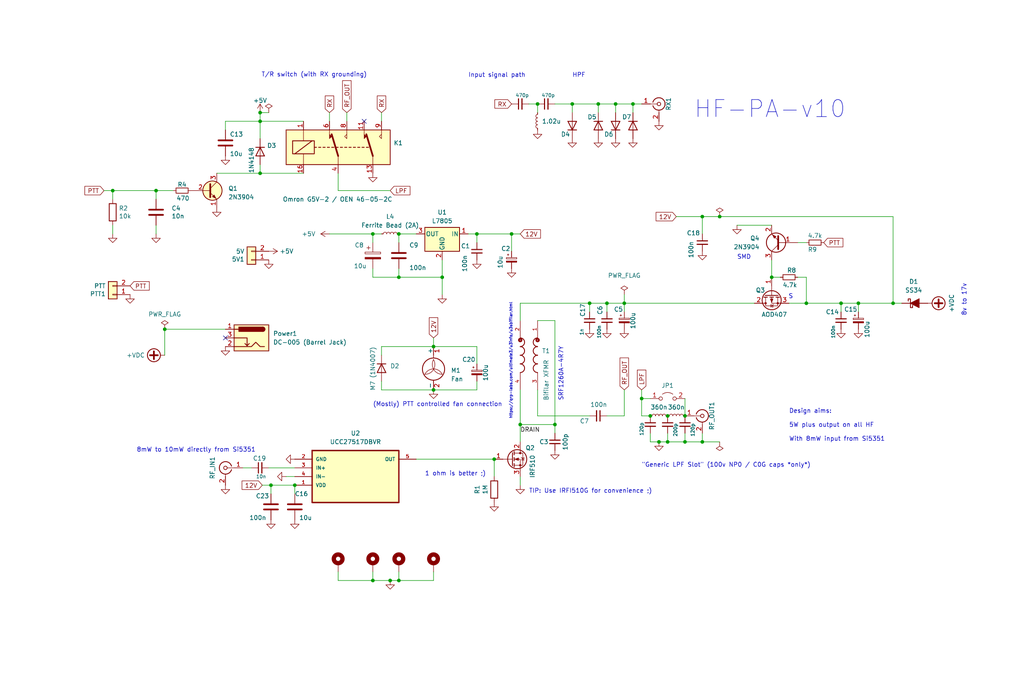
<source format=kicad_sch>
(kicad_sch (version 20230121) (generator eeschema)
  (paper "User" 299.999 200)
  (title_block (title "Easy-PA-With-TR-Switch") (date "2023-09-22") (rev "Revision 4") (company "Author: Dhiru Kholia (VU3CER)") (comment 1 "Designed for https://github.com/kholia/Easy-Digital-Beacons-v1 project") (comment 2 "Motivation: We need usable power on the 10m band!") (comment 3 "Based on designs from Henning Paul"))
  (lib_symbols
    (symbol "+VDC_1" (power) (pin_names (offset 0))
      (property "Value" "+VDC_1" (at 0 6.35 0))
      (symbol "+VDC_1_1_1"
        (pin power_in line (at 0 0 90) (length 0) hide (name "+VDC") (number "1"))
      )
    )
    (symbol "Connector:Barrel_Jack_Switch" (pin_names hide)
      (property "Reference" "J" (at 0 5.334 0))
      (property "Value" "Barrel_Jack_Switch" (at 0 -5.08 0))
      (symbol "Barrel_Jack_Switch_1_1"
        (pin passive line (at 7.62 2.54 180) (length 2.54) (name "~") (number "1"))
        (pin passive line (at 7.62 -2.54 180) (length 2.54) (name "~") (number "2"))
        (pin passive line (at 7.62 0 180) (length 2.54) (name "~") (number "3"))
      )
    )
    (symbol "Connector:Conn_Coaxial" (pin_names (offset 1.016) hide)
      (property "Reference" "J" (at 0.254 3.048 0))
      (property "Value" "Conn_Coaxial" (at 2.921 0 90))
      (symbol "Conn_Coaxial_1_1"
        (pin passive line (at -5.08 0 0) (length 2.54) (name "In") (number "1"))
        (pin passive line (at 0 -5.08 90) (length 2.54) (name "Ext") (number "2"))
      )
    )
    (symbol "Connector_Generic:Conn_01x02" (pin_names (offset 1.016) hide)
      (property "Reference" "J" (at 0 2.54 0))
      (property "Value" "Conn_01x02" (at 0 -5.08 0))
      (symbol "Conn_01x02_1_1"
        (pin passive line (at -5.08 0 0) (length 3.81) (name "Pin_1") (number "1"))
        (pin passive line (at -5.08 -2.54 0) (length 3.81) (name "Pin_2") (number "2"))
      )
    )
    (symbol "Device:C" (pin_numbers hide) (pin_names (offset 0.254))
      (property "Reference" "C" (at 0.635 2.54 0))
      (property "Value" "C" (at 0.635 -2.54 0))
      (symbol "C_1_1"
        (pin passive line (at 0 3.81 270) (length 2.794) (name "~") (number "1"))
        (pin passive line (at 0 -3.81 90) (length 2.794) (name "~") (number "2"))
      )
    )
    (symbol "Device:C_Polarized" (pin_numbers hide) (pin_names (offset 0.254))
      (property "Reference" "C" (at 0.635 2.54 0))
      (property "Value" "C_Polarized" (at 0.635 -2.54 0))
      (symbol "C_Polarized_1_1"
        (pin passive line (at 0 3.81 270) (length 2.794) (name "~") (number "1"))
        (pin passive line (at 0 -3.81 90) (length 2.794) (name "~") (number "2"))
      )
    )
    (symbol "Device:C_Polarized_Small" (pin_numbers hide) (pin_names (offset 0.254) hide)
      (property "Reference" "C" (at 0.254 1.778 0))
      (property "Value" "C_Polarized_Small" (at 0.254 -2.032 0))
      (symbol "C_Polarized_Small_1_1"
        (pin passive line (at 0 2.54 270) (length 1.8542) (name "~") (number "1"))
        (pin passive line (at 0 -2.54 90) (length 1.8542) (name "~") (number "2"))
      )
    )
    (symbol "Device:C_Small" (pin_numbers hide) (pin_names (offset 0.254) hide)
      (property "Reference" "C" (at 0.254 1.778 0))
      (property "Value" "C_Small" (at 0.254 -2.032 0))
      (symbol "C_Small_1_1"
        (pin passive line (at 0 2.54 270) (length 2.032) (name "~") (number "1"))
        (pin passive line (at 0 -2.54 90) (length 2.032) (name "~") (number "2"))
      )
    )
    (symbol "Device:L_Small" (pin_numbers hide) (pin_names (offset 0.254) hide)
      (property "Reference" "L" (at 0.762 1.016 0))
      (property "Value" "L_Small" (at 0.762 -1.016 0))
      (symbol "L_Small_1_1"
        (pin passive line (at 0 2.54 270) (length 0.508) (name "~") (number "1"))
        (pin passive line (at 0 -2.54 90) (length 0.508) (name "~") (number "2"))
      )
    )
    (symbol "Device:R" (pin_numbers hide) (pin_names (offset 0))
      (property "Reference" "R" (at 2.032 0 90))
      (property "Value" "R" (at 0 0 90))
      (symbol "R_1_1"
        (pin passive line (at 0 3.81 270) (length 1.27) (name "~") (number "1"))
        (pin passive line (at 0 -3.81 90) (length 1.27) (name "~") (number "2"))
      )
    )
    (symbol "Device:R_Small" (pin_numbers hide) (pin_names (offset 0.254) hide)
      (property "Reference" "R" (at 0.762 0.508 0))
      (property "Value" "R_Small" (at 0.762 -1.016 0))
      (symbol "R_Small_1_1"
        (pin passive line (at 0 2.54 270) (length 0.762) (name "~") (number "1"))
        (pin passive line (at 0 -2.54 90) (length 0.762) (name "~") (number "2"))
      )
    )
    (symbol "Diode:1N4007" (pin_numbers hide) (pin_names hide)
      (property "Reference" "D" (at 0 2.54 0))
      (property "Value" "1N4007" (at 0 -2.54 0))
      (symbol "1N4007_1_1"
        (pin passive line (at -3.81 0 0) (length 2.54) (name "K") (number "1"))
        (pin passive line (at 3.81 0 180) (length 2.54) (name "A") (number "2"))
      )
    )
    (symbol "Diode:1N4148" (pin_numbers hide) (pin_names hide)
      (property "Reference" "D" (at 0 2.54 0))
      (property "Value" "1N4148" (at 0 -2.54 0))
      (property "Sim.Device" "D" (at 0 0 0))
      (property "Sim.Pins" "1=K 2=A" (at 0 0 0))
      (symbol "1N4148_1_1"
        (pin passive line (at -3.81 0 0) (length 2.54) (name "K") (number "1"))
        (pin passive line (at 3.81 0 180) (length 2.54) (name "A") (number "2"))
      )
    )
    (symbol "Jumper:Jumper_2_Open" (pin_names (offset 0) hide)
      (property "Reference" "JP" (at 0 2.794 0))
      (property "Value" "Jumper_2_Open" (at 0 -2.286 0))
      (symbol "Jumper_2_Open_1_1"
        (pin passive line (at -5.08 0 0) (length 2.54) (name "A") (number "1"))
        (pin passive line (at 5.08 0 180) (length 2.54) (name "B") (number "2"))
      )
    )
    (symbol "Mechanical:MountingHole_Pad" (pin_numbers hide) (pin_names (offset 1.016) hide)
      (property "Reference" "H" (at 0 6.35 0))
      (property "Value" "MountingHole_Pad" (at 0 4.445 0))
      (symbol "MountingHole_Pad_1_1"
        (pin input line (at 0 -2.54 90) (length 2.54) (name "1") (number "1"))
      )
    )
    (symbol "Motor:Fan" (pin_names (offset 0))
      (property "Reference" "M" (at 2.54 5.08 0))
      (property "Value" "Fan" (at 2.54 -2.54 0))
      (symbol "Fan_1_1"
        (pin passive line (at 0 7.62 270) (length 2.54) (name "+") (number "1"))
        (pin passive line (at 0 -5.08 90) (length 2.54) (name "-") (number "2"))
      )
    )
    (symbol "PCM_Diode_Schottky_AKL:SS34" (pin_numbers hide) (pin_names (offset 1.016) hide)
      (property "Reference" "D" (at 0 5.08 0))
      (property "Value" "SS34" (at 0 2.54 0))
      (symbol "SS34_1_1"
        (pin passive line (at 3.81 0 180) (length 2.54) (name "K") (number "1"))
        (pin passive line (at -3.81 0 0) (length 2.54) (name "A") (number "2"))
      )
    )
    (symbol "PCM_Transistor_BJT_AKL:2N3904" (pin_names hide)
      (property "Reference" "Q" (at 5.08 1.27 0))
      (property "Value" "2N3904" (at 5.08 -1.27 0))
      (symbol "2N3904_1_1"
        (pin passive line (at 2.54 -5.08 90) (length 2.54) (name "E") (number "1"))
        (pin passive line (at -5.08 0 0) (length 5.715) (name "B") (number "2"))
        (pin passive line (at 2.54 5.08 270) (length 2.54) (name "C") (number "3"))
      )
    )
    (symbol "Regulator_Linear:L7805" (pin_names (offset 0.254))
      (property "Reference" "U" (at -3.81 3.175 0))
      (property "Value" "L7805" (at 0 3.175 0))
      (symbol "L7805_1_1"
        (pin power_in line (at -7.62 0 0) (length 2.54) (name "IN") (number "1"))
        (pin power_in line (at 0 -7.62 90) (length 2.54) (name "GND") (number "2"))
        (pin power_out line (at 7.62 0 180) (length 2.54) (name "OUT") (number "3"))
      )
    )
    (symbol "Relay:G5V-2"
      (property "Reference" "K" (at 16.51 3.81 0))
      (property "Value" "G5V-2" (at 16.51 1.27 0))
      (symbol "G5V-2_1_1"
        (pin passive line (at -10.16 7.62 270) (length 2.54) (name "~") (number "1"))
        (pin passive line (at 7.62 7.62 270) (length 2.54) (name "~") (number "11"))
        (pin passive line (at 10.16 -7.62 90) (length 2.54) (name "~") (number "13"))
        (pin passive line (at -10.16 -7.62 90) (length 2.54) (name "~") (number "16"))
        (pin passive line (at 0 -7.62 90) (length 2.54) (name "~") (number "4"))
        (pin passive line (at -2.54 7.62 270) (length 2.54) (name "~") (number "6"))
        (pin passive line (at 2.54 7.62 270) (length 2.54) (name "~") (number "8"))
        (pin passive line (at 12.7 7.62 270) (length 2.54) (name "~") (number "9"))
      )
    )
    (symbol "SRF1260A-4R7Y:SRF1260A-4R7Y" (pin_names (offset 1.016))
      (property "Reference" "L" (at -7.631 5.0873 0))
      (property "Value" "SRF1260A-4R7Y" (at -7.6349 -7.6349 0))
      (symbol "SRF1260A-4R7Y_0_0"
        (pin passive line (at -10.16 2.54 0) (length 5.08) (name "~") (number "1"))
        (pin passive line (at -10.16 -2.54 0) (length 5.08) (name "~") (number "2"))
        (pin passive line (at 10.16 2.54 180) (length 5.08) (name "~") (number "3"))
        (pin passive line (at 10.16 -2.54 180) (length 5.08) (name "~") (number "4"))
      )
    )
    (symbol "Transistor_BJT:MMBT3904" (pin_names (offset 0) hide)
      (property "Reference" "Q" (at 5.08 1.905 0))
      (property "Value" "MMBT3904" (at 5.08 0 0))
      (symbol "MMBT3904_1_1"
        (pin input line (at -5.08 0 0) (length 5.715) (name "B") (number "1"))
        (pin passive line (at 2.54 -5.08 90) (length 2.54) (name "E") (number "2"))
        (pin passive line (at 2.54 5.08 270) (length 2.54) (name "C") (number "3"))
      )
    )
    (symbol "Transistor_FET:IRF540N" (pin_names hide)
      (property "Reference" "Q" (at 6.35 1.905 0))
      (property "Value" "IRF540N" (at 6.35 0 0))
      (symbol "IRF540N_1_1"
        (pin input line (at -5.08 0 0) (length 2.54) (name "G") (number "1"))
        (pin passive line (at 2.54 5.08 270) (length 2.54) (name "D") (number "2"))
        (pin passive line (at 2.54 -5.08 90) (length 2.54) (name "S") (number "3"))
      )
    )
    (symbol "Transistor_FET:IRF9540N" (pin_names hide)
      (property "Reference" "Q" (at 5.08 1.905 0))
      (property "Value" "IRF9540N" (at 5.08 0 0))
      (symbol "IRF9540N_1_1"
        (pin input line (at -5.08 0 0) (length 2.54) (name "G") (number "1"))
        (pin passive line (at 2.54 5.08 270) (length 2.54) (name "D") (number "2"))
        (pin passive line (at 2.54 -5.08 90) (length 2.54) (name "S") (number "3"))
      )
    )
    (symbol "UCC27517DBVR:UCC27517DBVR" (pin_names (offset 1.016))
      (property "Reference" "U" (at -12.7 8.62 0))
      (property "Value" "UCC27517DBVR" (at -12.7 -11.62 0))
      (symbol "UCC27517DBVR_0_0"
        (pin input line (at -17.78 -2.54 0) (length 5.08) (name "VDD") (number "1"))
        (pin input line (at -17.78 5.08 0) (length 5.08) (name "GND") (number "2"))
        (pin input line (at -17.78 2.54 0) (length 5.08) (name "IN+") (number "3"))
        (pin input line (at -17.78 0 0) (length 5.08) (name "IN-") (number "4"))
        (pin output line (at 17.78 5.08 180) (length 5.08) (name "OUT") (number "5"))
      )
    )
    (symbol "power:+5V" (power) (pin_names (offset 0))
      (property "Value" "+5V" (at 0 3.556 0))
      (symbol "+5V_1_1"
        (pin power_in line (at 0 0 90) (length 0) hide (name "+5V") (number "1"))
      )
    )
    (symbol "power:+VDC" (power) (pin_names (offset 0))
      (property "Value" "+VDC" (at 0 6.35 0))
      (symbol "+VDC_1_1"
        (pin power_in line (at 0 0 90) (length 0) hide (name "+VDC") (number "1"))
      )
    )
    (symbol "power:GND" (power) (pin_names (offset 0))
      (property "Value" "GND" (at 0 -3.81 0))
      (symbol "GND_1_1"
        (pin power_in line (at 0 0 270) (length 0) hide (name "GND") (number "1"))
      )
    )
    (symbol "power:PWR_FLAG" (power) (pin_numbers hide) (pin_names (offset 0) hide)
      (property "Value" "PWR_FLAG" (at 0 3.81 0))
      (symbol "PWR_FLAG_0_0"
        (pin power_out line (at 0 0 90) (length 0) (name "pwr") (number "1"))
      )
    )
  )
  (junction (at 205.74 129.54))
  (junction (at 193.04 129.54))
  (junction (at 162.56 124.46))
  (junction (at 261.62 88.9))
  (junction (at 167.64 30.48))
  (junction (at 187.96 116.84))
  (junction (at 185.42 30.48))
  (junction (at 139.7 68.58))
  (junction (at 195.58 129.54))
  (junction (at 86.36 142.24))
  (junction (at 127 101.6))
  (junction (at 246.38 88.9))
  (junction (at 76.2 33.02))
  (junction (at 127 114.3))
  (junction (at 210.82 63.5))
  (junction (at 180.34 30.48))
  (junction (at 116.84 68.58))
  (junction (at 109.22 68.58))
  (junction (at 45.72 55.88))
  (junction (at 129.54 81.28))
  (junction (at 109.22 170.18))
  (junction (at 190.5 121.92))
  (junction (at 200.66 121.92))
  (junction (at 236.22 88.9))
  (junction (at 116.84 81.28))
  (junction (at 79.375 142.24))
  (junction (at 195.58 121.92))
  (junction (at 177.8 88.9))
  (junction (at 116.84 170.18))
  (junction (at 175.26 30.48))
  (junction (at 172.72 88.9))
  (junction (at 157.48 30.48))
  (junction (at 200.66 129.54))
  (junction (at 144.78 134.62))
  (junction (at 152.4 124.46))
  (junction (at 182.88 88.9))
  (junction (at 114.3 170.18))
  (junction (at 251.46 88.9))
  (junction (at 33.02 55.88))
  (junction (at 226.06 81.28))
  (junction (at 76.2 50.8))
  (junction (at 48.26 96.52))
  (junction (at 205.74 63.5))
  (junction (at 149.86 68.58))
  (junction (at 76.2 35.56))
  (no_connect (at 66.04 99.06))
  (no_connect (at 106.68 35.56))
  (wire (pts (xy 152.4 88.9) (xy 172.72 88.9)))
  (wire (pts (xy 66.04 35.56) (xy 66.04 38.1)))
  (wire (pts (xy 111.76 33.02) (xy 111.76 35.56)))
  (wire (pts (xy 246.38 88.9) (xy 251.46 88.9)))
  (wire (pts (xy 144.78 139.7) (xy 144.78 134.62)))
  (wire (pts (xy 127 170.18) (xy 127 167.64)))
  (wire (pts (xy 180.34 30.48) (xy 180.34 33.02)))
  (wire (pts (xy 111.76 101.6) (xy 111.76 104.14)))
  (wire (pts (xy 116.84 68.58) (xy 116.84 71.12)))
  (wire (pts (xy 157.48 93.98) (xy 162.56 93.98)))
  (wire (pts (xy 45.72 55.88) (xy 45.72 58.42)))
  (wire (pts (xy 200.66 129.54) (xy 205.74 129.54)))
  (wire (pts (xy 139.7 101.6) (xy 139.7 106.68)))
  (wire (pts (xy 139.7 71.12) (xy 139.7 68.58)))
  (wire (pts (xy 127 101.6) (xy 139.7 101.6)))
  (wire (pts (xy 172.72 88.9) (xy 177.8 88.9)))
  (wire (pts (xy 200.66 127) (xy 200.66 129.54)))
  (wire (pts (xy 45.72 55.88) (xy 50.8 55.88)))
  (wire (pts (xy 157.48 114.3) (xy 157.48 121.92)))
  (wire (pts (xy 185.42 30.48) (xy 185.42 33.02)))
  (wire (pts (xy 210.82 63.5) (xy 261.62 63.5)))
  (wire (pts (xy 177.8 88.9) (xy 177.8 91.44)))
  (wire (pts (xy 226.06 81.28) (xy 228.6 81.28)))
  (wire (pts (xy 109.22 81.28) (xy 116.84 81.28)))
  (wire (pts (xy 251.46 88.9) (xy 251.46 91.44)))
  (wire (pts (xy 48.26 96.52) (xy 48.26 104.14)))
  (wire (pts (xy 86.36 142.24) (xy 86.36 144.78)))
  (wire (pts (xy 111.76 114.3) (xy 127 114.3)))
  (wire (pts (xy 48.26 96.52) (xy 66.04 96.52)))
  (wire (pts (xy 83.82 139.7) (xy 86.36 139.7)))
  (wire (pts (xy 33.02 58.42) (xy 33.02 55.88)))
  (wire (pts (xy 45.72 66.04) (xy 45.72 68.58)))
  (wire (pts (xy 261.62 88.9) (xy 264.16 88.9)))
  (wire (pts (xy 76.2 33.02) (xy 76.2 35.56)))
  (wire (pts (xy 152.4 93.98) (xy 152.4 88.9)))
  (wire (pts (xy 167.64 30.48) (xy 167.64 33.02)))
  (wire (pts (xy 79.375 144.78) (xy 79.375 142.24)))
  (wire (pts (xy 157.48 121.92) (xy 172.72 121.92)))
  (wire (pts (xy 180.34 30.48) (xy 185.42 30.48)))
  (wire (pts (xy 233.68 71.12) (xy 236.22 71.12)))
  (wire (pts (xy 99.06 170.18) (xy 109.22 170.18)))
  (wire (pts (xy 162.56 93.98) (xy 162.56 124.46)))
  (wire (pts (xy 99.06 50.8) (xy 99.06 55.88)))
  (wire (pts (xy 152.4 124.46) (xy 152.4 129.54)))
  (wire (pts (xy 116.84 81.28) (xy 129.54 81.28)))
  (wire (pts (xy 76.2 35.56) (xy 88.9 35.56)))
  (wire (pts (xy 109.22 68.58) (xy 111.76 68.58)))
  (wire (pts (xy 152.4 142.24) (xy 152.4 139.7)))
  (wire (pts (xy 172.72 88.9) (xy 172.72 91.44)))
  (wire (pts (xy 167.64 30.48) (xy 175.26 30.48)))
  (wire (pts (xy 109.22 167.64) (xy 109.22 170.18)))
  (wire (pts (xy 187.96 116.84) (xy 190.5 116.84)))
  (wire (pts (xy 127 99.06) (xy 127 101.6)))
  (wire (pts (xy 193.04 129.54) (xy 195.58 129.54)))
  (wire (pts (xy 182.88 88.9) (xy 220.98 88.9)))
  (wire (pts (xy 99.06 55.88) (xy 114.3 55.88)))
  (wire (pts (xy 205.74 68.58) (xy 205.74 63.5)))
  (wire (pts (xy 127 114.3) (xy 139.7 114.3)))
  (wire (pts (xy 96.52 68.58) (xy 109.22 68.58)))
  (wire (pts (xy 111.76 111.76) (xy 111.76 114.3)))
  (wire (pts (xy 195.58 127) (xy 195.58 129.54)))
  (wire (pts (xy 33.02 55.88) (xy 45.72 55.88)))
  (wire (pts (xy 109.22 71.12) (xy 109.22 68.58)))
  (wire (pts (xy 149.86 68.58) (xy 152.4 68.58)))
  (wire (pts (xy 109.22 81.28) (xy 109.22 78.74)))
  (wire (pts (xy 182.88 88.9) (xy 182.88 91.44)))
  (wire (pts (xy 236.22 88.9) (xy 246.38 88.9)))
  (wire (pts (xy 187.96 116.84) (xy 187.96 121.92)))
  (wire (pts (xy 226.06 76.2) (xy 226.06 81.28)))
  (wire (pts (xy 99.06 167.64) (xy 99.06 170.18)))
  (wire (pts (xy 79.375 142.24) (xy 86.36 142.24)))
  (wire (pts (xy 187.96 121.92) (xy 190.5 121.92)))
  (wire (pts (xy 116.84 68.58) (xy 121.92 68.58)))
  (wire (pts (xy 116.84 78.74) (xy 116.84 81.28)))
  (wire (pts (xy 71.12 137.16) (xy 73.66 137.16)))
  (wire (pts (xy 205.74 129.54) (xy 205.74 127)))
  (wire (pts (xy 121.92 134.62) (xy 144.78 134.62)))
  (wire (pts (xy 152.4 124.46) (xy 162.56 124.46)))
  (wire (pts (xy 111.76 101.6) (xy 127 101.6)))
  (wire (pts (xy 177.8 88.9) (xy 182.88 88.9)))
  (wire (pts (xy 129.54 86.36) (xy 129.54 81.28)))
  (wire (pts (xy 175.26 30.48) (xy 175.26 33.02)))
  (wire (pts (xy 195.58 129.54) (xy 200.66 129.54)))
  (wire (pts (xy 76.835 142.24) (xy 79.375 142.24)))
  (wire (pts (xy 231.14 88.9) (xy 236.22 88.9)))
  (wire (pts (xy 114.3 170.18) (xy 116.84 170.18)))
  (wire (pts (xy 116.84 170.18) (xy 127 170.18)))
  (wire (pts (xy 205.74 63.5) (xy 210.82 63.5)))
  (wire (pts (xy 149.86 68.58) (xy 149.86 73.66)))
  (wire (pts (xy 30.48 55.88) (xy 33.02 55.88)))
  (wire (pts (xy 261.62 63.5) (xy 261.62 88.9)))
  (wire (pts (xy 187.96 114.3) (xy 187.96 116.84)))
  (wire (pts (xy 198.12 63.5) (xy 205.74 63.5)))
  (wire (pts (xy 139.7 68.58) (xy 149.86 68.58)))
  (wire (pts (xy 162.56 124.46) (xy 162.56 127)))
  (wire (pts (xy 251.46 88.9) (xy 261.62 88.9)))
  (wire (pts (xy 101.6 33.02) (xy 101.6 35.56)))
  (wire (pts (xy 78.74 137.16) (xy 86.36 137.16)))
  (wire (pts (xy 236.22 81.28) (xy 236.22 88.9)))
  (wire (pts (xy 205.74 129.54) (xy 210.82 129.54)))
  (wire (pts (xy 78.74 33.02) (xy 76.2 33.02)))
  (wire (pts (xy 33.02 66.04) (xy 33.02 68.58)))
  (wire (pts (xy 76.2 35.56) (xy 76.2 40.64)))
  (wire (pts (xy 182.88 114.3) (xy 182.88 121.92)))
  (wire (pts (xy 190.5 129.54) (xy 193.04 129.54)))
  (wire (pts (xy 157.48 33.02) (xy 157.48 30.48)))
  (wire (pts (xy 109.22 170.18) (xy 114.3 170.18)))
  (wire (pts (xy 96.52 33.02) (xy 96.52 35.56)))
  (wire (pts (xy 76.2 50.8) (xy 76.2 48.26)))
  (wire (pts (xy 162.56 30.48) (xy 167.64 30.48)))
  (wire (pts (xy 76.2 50.8) (xy 88.9 50.8)))
  (wire (pts (xy 185.42 30.48) (xy 187.96 30.48)))
  (wire (pts (xy 139.7 114.3) (xy 139.7 111.76)))
  (wire (pts (xy 63.5 50.8) (xy 76.2 50.8)))
  (wire (pts (xy 215.9 66.04) (xy 226.06 66.04)))
  (wire (pts (xy 175.26 30.48) (xy 180.34 30.48)))
  (wire (pts (xy 182.88 86.36) (xy 182.88 88.9)))
  (wire (pts (xy 152.4 114.3) (xy 152.4 124.46)))
  (wire (pts (xy 177.8 121.92) (xy 182.88 121.92)))
  (wire (pts (xy 190.5 127) (xy 190.5 129.54)))
  (wire (pts (xy 129.54 76.2) (xy 129.54 81.28)))
  (wire (pts (xy 233.68 81.28) (xy 236.22 81.28)))
  (wire (pts (xy 76.2 35.56) (xy 66.04 35.56)))
  (wire (pts (xy 246.38 88.9) (xy 246.38 91.44)))
  (wire (pts (xy 200.66 121.92) (xy 200.66 116.84)))
  (wire (pts (xy 154.94 30.48) (xy 157.48 30.48)))
  (wire (pts (xy 137.16 68.58) (xy 139.7 68.58)))
  (wire (pts (xy 116.84 167.64) (xy 116.84 170.18)))
  (text "T/R switch (with RX grounding)" (at 76.5556 22.733 0) (effects (font (size 1.27 1.27)) (justify left bottom)))
  (text "(Mostly) PTT controlled fan connection" (at 109.22 119.38 0) (effects (font (size 1.27 1.27)) (justify left bottom)))
  (text "8mW to 10mW directly from Si5351" (at 74.93 132.715 0) (effects (font (size 1.27 1.27)) (justify right bottom)))
  (text "SMD" (at 215.9 76.2 0) (effects (font (size 1.27 1.27)) (justify left bottom)))
  (text "HF-PA-v10" (at 203.2 35.052 0) (effects (font (size 5 5)) (justify left bottom)))
  (text "Design aims:\n\n5W plus output on all HF\n\nWith 8mW input from Si5351" (at 231.14 129.54 0) (effects (font (size 1.27 1.27)) (justify left bottom)))
  (text "1 ohm is better ;)" (at 124.46 139.7 0) (effects (font (size 1.27 1.27)) (justify left bottom)))
  (text "SRF1260A-4R7Y" (at 165.1 117.602 90) (effects (font (size 1.27 1.27)) (justify left bottom)))
  (text "\"Generic LPF Slot\" (100v NP0 / C0G caps *only*)" (at 187.96 137.16 0) (effects (font (size 1.27 1.27)) (justify left bottom)))
  (text "https://qrp-labs.com/ultimate3/u3info/u3sbifilar.html" (at 150.114 122.936 90) (effects (font (size 0.8 0.8)) (justify left bottom)))
  (text "8v to 17v" (at 283.21 92.71 90) (effects (font (size 1.27 1.27)) (justify left bottom)))
  (text "Input signal path" (at 137.16 22.86 0) (effects (font (size 1.27 1.27)) (justify left bottom)))
  (text "HPF" (at 167.64 22.86 0) (effects (font (size 1.27 1.27)) (justify left bottom)))
  (text "TIP: Use IRFI510G for convenience ;)" (at 154.94 144.78 0) (effects (font (size 1.27 1.27)) (justify left bottom)))
  (text "S" (at 230.9622 87.7316 0) (effects (font (size 1.27 1.27)) (justify left bottom)))
  (label "DRAIN" (at 152.4 127 0))
  (global_label "12V" (shape input) (at 152.4 68.58 0) (property "Intersheetrefs" "${INTERSHEET_REFS}" (effects hide)))
  (global_label "RF_OUT" (shape input) (at 101.6 33.02 90) (property "Intersheetrefs" "${INTERSHEET_REFS}" (effects hide)))
  (global_label "RF_OUT" (shape input) (at 182.88 114.3 90) (property "Intersheetrefs" "${INTERSHEET_REFS}" (effects hide)))
  (global_label "PTT" (shape input) (at 38.1 83.82 0) (property "Intersheetrefs" "${INTERSHEET_REFS}" (effects hide)))
  (global_label "LPF" (shape input) (at 114.3 55.88 0) (property "Intersheetrefs" "${INTERSHEET_REFS}" (effects hide)))
  (global_label "RX" (shape input) (at 149.86 30.48 180) (property "Intersheetrefs" "${INTERSHEET_REFS}" (effects hide)))
  (global_label "12V" (shape input) (at 198.12 63.5 180) (property "Intersheetrefs" "${INTERSHEET_REFS}" (effects hide)))
  (global_label "PTT" (shape input) (at 30.48 55.88 180) (property "Intersheetrefs" "${INTERSHEET_REFS}" (effects hide)))
  (global_label "12V" (shape input) (at 76.835 142.24 180) (property "Intersheetrefs" "${INTERSHEET_REFS}" (effects hide)))
  (global_label "RX" (shape input) (at 96.52 33.02 90) (property "Intersheetrefs" "${INTERSHEET_REFS}" (effects hide)))
  (global_label "RX" (shape input) (at 111.76 33.02 90) (property "Intersheetrefs" "${INTERSHEET_REFS}" (effects hide)))
  (global_label "12V" (shape input) (at 127 99.06 90) (property "Intersheetrefs" "${INTERSHEET_REFS}" (effects hide)))
  (global_label "LPF" (shape input) (at 187.96 114.3 90) (property "Intersheetrefs" "${INTERSHEET_REFS}" (effects hide)))
  (global_label "PTT" (shape input) (at 241.3 71.12 0) (property "Intersheetrefs" "${INTERSHEET_REFS}" (effects hide)))
  (symbol (lib_id "Device:C_Polarized_Small") (at 182.88 93.98 0) (unit 1)
    (property "Reference" "C5" (at 179.832 90.678 0) (effects (justify left)))
    (property "Value" "100u" (at 185.42 96.52 90) (effects (justify left)))
    (property "Footprint" "Capacitor_THT:CP_Radial_D5.0mm_P2.50mm" (effects hide))
  )
  (symbol (lib_id "Device:C_Small") (at 175.26 121.92 270) (unit 1)
    (property "Reference" "C7" (at 171.196 123.444 90))
    (property "Value" "100n" (at 175.387 118.618 90))
    (property "Footprint" "Capacitor_SMD:C_1206_3216Metric_Pad1.33x1.80mm_HandSolder" (effects hide))
  )
  (symbol (lib_id "power:+VDC") (at 48.26 104.14 90) (unit 1)
    (property "Reference" "#PWR0110" (effects hide))
    (property "Value" "+VDC" (at 42.4434 104.14 90) (effects (justify left)))
  )
  (symbol (lib_id "power:PWR_FLAG") (at 48.26 96.52 0) (unit 1)
    (property "Reference" "#FLG0103" (effects hide))
    (property "Value" "PWR_FLAG" (at 48.26 92.1258 0))
  )
  (symbol (lib_id "power:GND") (at 66.04 142.24 0) (unit 1)
    (property "Reference" "#PWR0106" (effects hide))
    (property "Value" "GND" (effects hide))
  )
  (symbol (lib_id "Device:C_Small") (at 177.8 93.98 0) (unit 1)
    (property "Reference" "C6" (at 175.768 90.932 90))
    (property "Value" "100n" (at 175.514 97.282 90) (effects (font (size 0.9906 0.9906))))
    (property "Footprint" "Capacitor_SMD:C_1206_3216Metric_Pad1.33x1.80mm_HandSolder" (effects hide))
  )
  (symbol (lib_id "power:GND") (at 33.02 68.58 0) (unit 1)
    (property "Reference" "#PWR018" (effects hide))
    (property "Value" "GNDPWR" (effects hide))
  )
  (symbol (lib_id "power:PWR_FLAG") (at 182.88 86.36 0) (unit 1)
    (property "Reference" "#FLG01" (effects hide))
    (property "Value" "PWR_FLAG" (at 182.88 80.772 0))
  )
  (symbol (lib_id "power:PWR_FLAG") (at 78.74 33.02 0) (unit 1)
    (property "Reference" "#FLG04" (effects hide))
    (property "Value" "PWR_FLAG" (effects hide))
  )
  (symbol (lib_id "Device:C_Polarized_Small") (at 139.7 109.22 0) (unit 1)
    (property "Reference" "C20" (at 135.382 105.41 0) (effects (justify left)))
    (property "Value" "100u" (at 142.24 111.76 90) (effects (justify left)))
    (property "Footprint" "Capacitor_THT:CP_Radial_D5.0mm_P2.50mm" (effects hide))
  )
  (symbol (lib_id "Device:C_Polarized") (at 109.22 74.93 0) (unit 1)
    (property "Reference" "C8" (at 103.886 71.882 0) (effects (justify left)))
    (property "Value" "10u" (at 103.632 77.978 0) (effects (justify left)))
    (property "Footprint" "Capacitor_SMD:C_1206_3216Metric_Pad1.33x1.80mm_HandSolder" (effects hide))
  )
  (symbol (lib_id "power:GND") (at 167.64 40.64 0) (mirror y) (unit 1)
    (property "Reference" "#PWR021" (effects hide))
    (property "Value" "GND" (effects hide))
  )
  (symbol (lib_id "Device:C") (at 79.375 148.59 0) (unit 1)
    (property "Reference" "C23" (at 74.93 145.415 0) (effects (justify left)))
    (property "Value" "100n" (at 73.025 151.765 0) (effects (justify left)))
    (property "Footprint" "Capacitor_SMD:C_0805_2012Metric_Pad1.18x1.45mm_HandSolder" (effects hide))
  )
  (symbol (lib_id "Device:L_Small") (at 198.12 121.92 90) (unit 1)
    (property "Reference" "L2" (effects hide))
    (property "Value" "360n" (at 198.12 119.38 90))
    (property "Footprint" "Inductor_THT:L_Toroid_Vertical_L10.0mm_W5.0mm_P5.08mm" (effects hide))
  )
  (symbol (lib_name "+VDC_1") (lib_id "power:+VDC") (at 271.78 88.9 270) (unit 1)
    (property "Reference" "#PWR014" (effects hide))
    (property "Value" "+VDC" (at 278.765 88.9 0))
  )
  (symbol (lib_id "power:GND") (at 83.82 139.7 270) (unit 1)
    (property "Reference" "#PWR04" (effects hide))
    (property "Value" "GND" (effects hide))
  )
  (symbol (lib_id "power:GND") (at 63.5 60.96 0) (unit 1)
    (property "Reference" "#PWR023" (effects hide))
    (property "Value" "GND" (effects hide))
  )
  (symbol (lib_id "Device:C") (at 66.04 41.91 0) (unit 1)
    (property "Reference" "C13" (at 67.31 39.37 0) (effects (justify left)))
    (property "Value" "10u" (at 67.31 45.085 0) (effects (justify left)))
    (property "Footprint" "Capacitor_SMD:C_1206_3216Metric_Pad1.33x1.80mm_HandSolder" (effects hide))
  )
  (symbol (lib_id "power:GND") (at 205.74 73.66 0) (unit 1)
    (property "Reference" "#PWR029" (effects hide))
    (property "Value" "GND" (effects hide))
  )
  (symbol (lib_id "power:GND") (at 45.72 68.58 0) (unit 1)
    (property "Reference" "#PWR022" (effects hide))
    (property "Value" "GNDPWR" (effects hide))
  )
  (symbol (lib_id "Device:C_Polarized_Small") (at 251.46 93.98 0) (unit 1)
    (property "Reference" "C15" (at 247.269 90.678 0) (effects (justify left)))
    (property "Value" "100u" (at 254 99.06 90) (effects (justify left)))
    (property "Footprint" "Capacitor_THT:CP_Radial_D5.0mm_P2.50mm" (effects hide))
  )
  (symbol (lib_id "Connector:Conn_Coaxial") (at 66.04 137.16 0) (mirror y) (unit 1)
    (property "Reference" "RF_IN1" (at 62.23 137.16 90))
    (property "Value" "SMA" (effects hide))
    (property "Footprint" "Connector_Coaxial:SMA_Samtec_SMA-J-P-X-ST-EM1_EdgeMount" (effects hide))
    (property "Datasheet" " ~" (effects hide))
  )
  (symbol (lib_id "Device:C_Small") (at 246.38 93.98 0) (unit 1)
    (property "Reference" "C14" (at 243.84 91.44 0))
    (property "Value" "100n" (at 244.094 97.282 90) (effects (font (size 0.9906 0.9906))))
    (property "Footprint" "Capacitor_SMD:C_1206_3216Metric_Pad1.33x1.80mm_HandSolder" (effects hide))
  )
  (symbol (lib_id "power:+5V") (at 76.2 33.02 0) (unit 1)
    (property "Reference" "#PWR024" (effects hide))
    (property "Value" "+5V" (at 76.2 29.464 0))
  )
  (symbol (lib_id "power:GND") (at 180.34 40.64 0) (mirror y) (unit 1)
    (property "Reference" "#PWR034" (effects hide))
    (property "Value" "GND" (effects hide))
  )
  (symbol (lib_id "Device:R") (at 144.78 143.51 0) (unit 1)
    (property "Reference" "R1" (at 139.8016 143.51 90))
    (property "Value" "1M" (at 142.113 143.51 90))
    (property "Footprint" "Resistor_SMD:R_1206_3216Metric_Pad1.30x1.75mm_HandSolder" (effects hide))
  )
  (symbol (lib_id "Diode:1N4148") (at 76.2 44.45 270) (unit 1)
    (property "Reference" "D3" (at 78.232 42.672 90) (effects (justify left)))
    (property "Value" "1N4148" (at 73.66 43.18 0) (effects (justify left)))
    (property "Footprint" "Diode_THT:D_DO-35_SOD27_P2.54mm_Vertical_KathodeUp" (effects hide))
    (property "Datasheet" "https://assets.nexperia.com/documents/data-sheet/1N4148_1N4448.pdf" (effects hide))
  )
  (symbol (lib_id "power:GND") (at 157.48 38.1 0) (mirror y) (unit 1)
    (property "Reference" "#PWR033" (effects hide))
    (property "Value" "GND" (effects hide))
  )
  (symbol (lib_id "power:GND") (at 127 114.3 0) (mirror y) (unit 1)
    (property "Reference" "#PWR031" (effects hide))
    (property "Value" "GND" (effects hide))
  )
  (symbol (lib_id "PCM_Diode_Schottky_AKL:SS34") (at 267.97 88.9 180) (unit 1)
    (property "Reference" "D1" (at 267.6525 82.55 0))
    (property "Value" "SS34" (at 267.6525 85.09 0))
    (property "Footprint" "Diode_SMD:D_SMA_Handsoldering" (effects hide))
    (property "Datasheet" "https://www.tme.eu/Document/4534c3d1273464918563ce78bdeb2ece/SS34-E3-57T.pdf" (effects hide))
  )
  (symbol (lib_id "power:GND") (at 193.04 35.56 0) (unit 1)
    (property "Reference" "#PWR032" (effects hide))
    (property "Value" "GNDPWR" (effects hide))
  )
  (symbol (lib_id "Regulator_Linear:L7805") (at 129.54 68.58 0) (mirror y) (unit 1)
    (property "Reference" "U1" (at 129.54 62.23 0))
    (property "Value" "L7805" (at 129.54 64.77 0))
    (property "Footprint" "Package_TO_SOT_SMD:TO-263-2" (effects hide))
    (property "Datasheet" "http://www.st.com/content/ccc/resource/technical/document/datasheet/41/4f/b3/b0/12/d4/47/88/CD00000444.pdf/files/CD00000444.pdf/jcr:content/translations/en.CD00000444.pdf" (effects hide))
  )
  (symbol (lib_id "power:GND") (at 182.88 96.52 0) (unit 1)
    (property "Reference" "#PWR0103" (effects hide))
    (property "Value" "GND" (effects hide))
  )
  (symbol (lib_id "Device:C_Small") (at 195.58 124.46 0) (unit 1)
    (property "Reference" "C11" (effects hide))
    (property "Value" "200p" (at 197.866 128.016 90) (effects (font (size 1 1)) (justify left)))
    (property "Footprint" "Capacitor_SMD:C_1206_3216Metric_Pad1.33x1.80mm_HandSolder" (effects hide))
  )
  (symbol (lib_id "power:GND") (at 66.04 45.72 0) (unit 1)
    (property "Reference" "#PWR010" (effects hide))
    (property "Value" "GNDPWR" (effects hide))
  )
  (symbol (lib_id "Device:C_Small") (at 76.2 137.16 90) (unit 1)
    (property "Reference" "C19" (at 77.978 134.366 90) (effects (justify left)))
    (property "Value" "10n" (at 77.978 139.7 90) (effects (font (size 1 1)) (justify left)))
    (property "Footprint" "Capacitor_SMD:C_1206_3216Metric_Pad1.33x1.80mm_HandSolder" (effects hide))
  )
  (symbol (lib_id "power:GND") (at 79.375 152.4 0) (unit 1)
    (property "Reference" "#PWR017" (effects hide))
    (property "Value" "GNDPWR" (effects hide))
  )
  (symbol (lib_id "power:PWR_FLAG") (at 210.82 129.54 180) (unit 1)
    (property "Reference" "#FLG02" (effects hide))
    (property "Value" "PWR_FLAG" (effects hide))
  )
  (symbol (lib_id "power:GND") (at 149.86 78.74 0) (unit 1)
    (property "Reference" "#PWR08" (effects hide))
    (property "Value" "GND" (effects hide))
  )
  (symbol (lib_id "Device:C") (at 86.36 148.59 0) (unit 1)
    (property "Reference" "C16" (at 86.36 144.78 0) (effects (justify left)))
    (property "Value" "10u" (at 87.63 151.765 0) (effects (justify left)))
    (property "Footprint" "Capacitor_SMD:C_0805_2012Metric_Pad1.18x1.45mm_HandSolder" (effects hide))
  )
  (symbol (lib_id "power:GND") (at 162.56 132.08 0) (mirror y) (unit 1)
    (property "Reference" "#PWR015" (effects hide))
    (property "Value" "GND" (effects hide))
  )
  (symbol (lib_id "power:GND") (at 66.04 101.6 0) (unit 1)
    (property "Reference" "#PWR019" (effects hide))
    (property "Value" "GNDPWR" (effects hide))
  )
  (symbol (lib_id "Connector:Conn_Coaxial") (at 205.74 121.92 0) (unit 1)
    (property "Reference" "RF_OUT1" (at 208.534 121.92 90))
    (property "Value" "SMA" (effects hide))
    (property "Footprint" "Connector_Coaxial:SMA_Samtec_SMA-J-P-X-ST-EM1_EdgeMount" (effects hide))
    (property "Datasheet" " ~" (effects hide))
  )
  (symbol (lib_id "Diode:1N4148") (at 185.42 36.83 270) (unit 1)
    (property "Reference" "D7" (at 182.245 34.29 90) (effects (justify left)))
    (property "Value" "1N4148" (effects hide))
    (property "Footprint" "Diode_THT:D_DO-35_SOD27_P2.54mm_Vertical_KathodeUp" (effects hide))
    (property "Datasheet" "https://assets.nexperia.com/documents/data-sheet/1N4148_1N4448.pdf" (effects hide))
    (property "Sim.Device" "D" (effects hide))
    (property "Sim.Pins" "1=K 2=A" (effects hide))
  )
  (symbol (lib_id "power:GND") (at 78.74 76.2 0) (unit 1)
    (property "Reference" "#PWR020" (effects hide))
    (property "Value" "GND" (effects hide))
  )
  (symbol (lib_id "Diode:1N4007") (at 111.76 107.95 270) (unit 1)
    (property "Reference" "D2" (at 114.3 107.315 90) (effects (justify left)))
    (property "Value" "M7 (1N4007)" (at 109.22 101.6 0) (effects (justify left)))
    (property "Footprint" "Diode_SMD:D_SMA_Handsoldering" (effects hide))
    (property "Datasheet" "http://www.vishay.com/docs/88503/1n4001.pdf" (effects hide))
  )
  (symbol (lib_id "Device:L_Small") (at 157.48 35.56 180) (unit 1)
    (property "Reference" "L3" (effects hide))
    (property "Value" "1.02u" (at 158.75 35.56 0) (effects (justify right)))
    (property "Footprint" "footprints:T37-2" (effects hide))
  )
  (symbol (lib_id "Device:R_Small") (at 238.76 71.12 90) (unit 1)
    (property "Reference" "R9" (at 237.998 73.152 90))
    (property "Value" "4.7k" (at 238.76 69.088 90))
    (property "Footprint" "Resistor_SMD:R_1206_3216Metric_Pad1.30x1.75mm_HandSolder" (effects hide))
  )
  (symbol (lib_id "Device:C_Small") (at 190.5 124.46 0) (unit 1)
    (property "Reference" "C10" (effects hide))
    (property "Value" "120p" (at 187.96 127.762 90) (effects (font (size 1 1)) (justify left)))
    (property "Footprint" "Capacitor_SMD:C_1206_3216Metric_Pad1.33x1.80mm_HandSolder" (effects hide))
  )
  (symbol (lib_id "Connector:Conn_Coaxial") (at 193.04 30.48 0) (unit 1)
    (property "Reference" "RX1" (at 195.834 30.48 90))
    (property "Value" "SMA" (effects hide))
    (property "Footprint" "Connector_Coaxial:SMA_Samtec_SMA-J-P-X-ST-EM1_EdgeMount" (effects hide))
    (property "Datasheet" " ~" (effects hide))
  )
  (symbol (lib_id "power:GND") (at 193.04 129.54 0) (mirror y) (unit 1)
    (property "Reference" "#PWR016" (effects hide))
    (property "Value" "GND" (effects hide))
  )
  (symbol (lib_id "Device:C_Small") (at 205.74 71.12 0) (unit 1)
    (property "Reference" "C18" (at 201.168 68.326 0) (effects (justify left)))
    (property "Value" "100n" (at 202.438 75.692 90) (effects (justify left)))
    (property "Footprint" "Capacitor_SMD:C_1206_3216Metric_Pad1.33x1.80mm_HandSolder" (effects hide))
  )
  (symbol (lib_id "Diode:1N4148") (at 180.34 36.83 90) (unit 1)
    (property "Reference" "D6" (at 179.705 39.37 90) (effects (justify left)))
    (property "Value" "1N4148" (effects hide))
    (property "Footprint" "Diode_THT:D_DO-35_SOD27_P2.54mm_Vertical_KathodeUp" (effects hide))
    (property "Datasheet" "https://assets.nexperia.com/documents/data-sheet/1N4148_1N4448.pdf" (effects hide))
    (property "Sim.Device" "D" (effects hide))
    (property "Sim.Pins" "1=K 2=A" (effects hide))
  )
  (symbol (lib_id "Mechanical:MountingHole_Pad") (at 116.84 165.1 0) (unit 1)
    (property "Reference" "H3" (effects hide))
    (property "Value" "MountingHole_Pad" (effects hide))
    (property "Footprint" "MountingHole:MountingHole_3.2mm_M3_Pad_Via" (effects hide))
  )
  (symbol (lib_id "power:GND") (at 251.46 96.52 0) (unit 1)
    (property "Reference" "#PWR013" (effects hide))
    (property "Value" "GND" (effects hide))
  )
  (symbol (lib_id "Transistor_BJT:MMBT3904") (at 228.6 71.12 180) (unit 1)
    (property "Reference" "Q4" (at 222.504 69.8499 0) (effects (justify left)))
    (property "Value" "2N3904" (at 222.504 72.3899 0) (effects (justify left)))
    (property "Footprint" "Package_TO_SOT_SMD:SOT-23_Handsoldering" (effects hide))
    (property "Datasheet" "https://www.onsemi.com/pdf/datasheet/pzt3904-d.pdf" (effects hide))
  )
  (symbol (lib_id "Device:C_Small") (at 152.4 30.48 90) (unit 1)
    (property "Reference" "C21" (effects hide))
    (property "Value" "470p" (at 154.94 27.94 90) (effects (font (size 1 1)) (justify left)))
    (property "Footprint" "Capacitor_SMD:C_1206_3216Metric_Pad1.33x1.80mm_HandSolder" (effects hide))
  )
  (symbol (lib_id "PCM_Transistor_BJT_AKL:2N3904") (at 60.96 55.88 0) (unit 1)
    (property "Reference" "Q1" (at 66.8782 55.245 0) (effects (justify left)))
    (property "Value" "2N3904" (at 66.8782 57.785 0) (effects (justify left)))
    (property "Footprint" "Package_TO_SOT_THT:TO-92_HandSolder" (effects hide))
    (property "Datasheet" "https://www.tme.eu/Document/12bff749841e3a356e683e9a8e7e4119/2N3904BU-DTE.pdf" (effects hide))
  )
  (symbol (lib_id "Device:C_Small") (at 162.56 129.54 0) (unit 1)
    (property "Reference" "C3" (at 157.988 129.54 0) (effects (justify left)))
    (property "Value" "100p" (at 165.608 132.08 90) (effects (justify left)))
    (property "Footprint" "Capacitor_SMD:C_1206_3216Metric_Pad1.33x1.80mm_HandSolder" (effects hide))
    (property "Sim.Device" "SPICE" (effects hide))
    (property "Sim.Params" "type=\"\" model=\"100n\" lib=\"\"" (effects hide))
    (property "Sim.Pins" "1=1 2=2" (effects hide))
  )
  (symbol (lib_id "power:GND") (at 109.22 50.8 0) (unit 1)
    (property "Reference" "#PWR025" (effects hide))
    (property "Value" "GND" (effects hide))
  )
  (symbol (lib_id "Connector_Generic:Conn_01x02") (at 33.02 86.36 180) (unit 1)
    (property "Reference" "PTT1" (at 30.988 86.1568 0) (effects (justify left)))
    (property "Value" "PTT" (at 30.988 83.8454 0) (effects (justify left)))
    (property "Footprint" "Connector_PinHeader_2.54mm:PinHeader_1x02_P2.54mm_Vertical" (effects hide))
  )
  (symbol (lib_id "Device:L_Small") (at 114.3 68.58 90) (unit 1)
    (property "Reference" "L4" (at 114.3 63.5 90))
    (property "Value" "Ferrite Bead (2A)" (at 114.3 66.04 90))
    (property "Footprint" "Inductor_SMD:L_0805_2012Metric_Pad1.05x1.20mm_HandSolder" (effects hide))
  )
  (symbol (lib_id "Device:C_Small") (at 172.72 93.98 0) (unit 1)
    (property "Reference" "C17" (at 170.688 90.932 90))
    (property "Value" "1n" (at 170.434 97.282 90) (effects (font (size 0.9906 0.9906))))
    (property "Footprint" "Capacitor_SMD:C_1206_3216Metric_Pad1.33x1.80mm_HandSolder" (effects hide))
  )
  (symbol (lib_id "Device:C_Small") (at 160.02 30.48 90) (unit 1)
    (property "Reference" "C22" (effects hide))
    (property "Value" "470p" (at 162.56 27.94 90) (effects (font (size 1 1)) (justify left)))
    (property "Footprint" "Capacitor_SMD:C_1206_3216Metric_Pad1.33x1.80mm_HandSolder" (effects hide))
  )
  (symbol (lib_id "Mechanical:MountingHole_Pad") (at 109.22 165.1 0) (unit 1)
    (property "Reference" "H2" (effects hide))
    (property "Value" "MountingHole_Pad" (effects hide))
    (property "Footprint" "MountingHole:MountingHole_3.2mm_M3_Pad_Via" (effects hide))
  )
  (symbol (lib_id "SRF1260A-4R7Y:SRF1260A-4R7Y") (at 154.94 104.14 270) (unit 1)
    (property "Reference" "T1" (at 158.75 102.87 90) (effects (justify left)))
    (property "Value" "Bifilar XFMR" (at 160.02 105.41 0) (effects (justify left)))
    (property "Footprint" "footprints:IND_SRF1260A-4R7Y-Longer-Pads" (effects hide))
    (property "MF" "Bourns" (effects hide))
    (property "MOUSER-PURCHASE-URL" "https://snapeda.com/shop?store=Mouser&id=1533338" (effects hide))
    (property "DESCRIPTION" "Shielded 2 Coil Inductor Array 27.2µH Inductance - Connected in Series 6.8µH Inductance - Connected in Parallel 18.6mOhm Max DC Resistance (DCR) - Parallel 6.64A Nonstandard" (effects hide))
    (property "PACKAGE" "Nonstandard Bourns" (effects hide))
    (property "PRICE" "None" (effects hide))
    (property "MP" "SRF1260A-6R8Y" (effects hide))
    (property "AVAILABILITY" "Warning" (effects hide))
  )
  (symbol (lib_id "Jumper:Jumper_2_Open") (at 195.58 116.84 0) (unit 1)
    (property "Reference" "JP1" (at 195.58 113.03 0))
    (property "Value" "Jumper_2_Open" (effects hide))
    (property "Footprint" "Jumper:SolderJumper-2_P1.3mm_Open_TrianglePad1.0x1.5mm" (effects hide))
  )
  (symbol (lib_id "power:GND") (at 175.26 40.64 0) (mirror y) (unit 1)
    (property "Reference" "#PWR030" (effects hide))
    (property "Value" "GND" (effects hide))
  )
  (symbol (lib_id "power:GND") (at 86.36 134.62 270) (unit 1)
    (property "Reference" "#PWR02" (effects hide))
    (property "Value" "GND" (effects hide))
  )
  (symbol (lib_id "power:GND") (at 129.54 86.36 0) (unit 1)
    (property "Reference" "#PWR07" (effects hide))
    (property "Value" "GND" (effects hide))
  )
  (symbol (lib_id "power:GND") (at 139.7 76.2 0) (unit 1)
    (property "Reference" "#PWR05" (effects hide))
    (property "Value" "GND" (effects hide))
  )
  (symbol (lib_id "power:GND") (at 114.3 170.18 0) (unit 1)
    (property "Reference" "#PWR01" (effects hide))
    (property "Value" "GNDPWR" (effects hide))
  )
  (symbol (lib_id "Device:C") (at 45.72 62.23 0) (unit 1)
    (property "Reference" "C4" (at 50.2412 61.0616 0) (effects (justify left)))
    (property "Value" "10n" (at 50.2412 63.373 0) (effects (justify left)))
    (property "Footprint" "Capacitor_SMD:C_1206_3216Metric_Pad1.33x1.80mm_HandSolder" (effects hide))
  )
  (symbol (lib_id "Relay:G5V-2") (at 99.06 43.18 0) (unit 1)
    (property "Reference" "K1" (at 115.316 41.9099 0) (effects (justify left)))
    (property "Value" "Omron G5V-2 / OEN 46-05-2C" (at 82.804 58.42 0) (effects (justify left)))
    (property "Footprint" "Relay_THT:Relay_DPDT_Omron_G5V-2" (effects hide))
    (property "Datasheet" "http://omronfs.omron.com/en_US/ecb/products/pdf/en-g5v_2.pdf" (effects hide))
  )
  (symbol (lib_id "power:GND") (at 185.42 40.64 0) (mirror y) (unit 1)
    (property "Reference" "#PWR035" (effects hide))
    (property "Value" "GND" (effects hide))
  )
  (symbol (lib_id "power:PWR_FLAG") (at 210.82 63.5 0) (unit 1)
    (property "Reference" "#FLG03" (effects hide))
    (property "Value" "PWR_FLAG" (effects hide))
  )
  (symbol (lib_id "Transistor_FET:IRF9540N") (at 226.06 86.36 90) (mirror x) (unit 1)
    (property "Reference" "Q3" (at 222.758 85.09 90))
    (property "Value" "AOD407" (at 226.822 92.202 90))
    (property "Footprint" "Package_TO_SOT_SMD:TO-252-2" (effects hide))
    (property "Datasheet" "http://www.irf.com/product-info/datasheets/data/irf9540n.pdf" (effects hide))
  )
  (symbol (lib_id "Connector_Generic:Conn_01x02") (at 73.66 76.2 180) (unit 1)
    (property "Reference" "5V1" (at 71.628 75.9968 0) (effects (justify left)))
    (property "Value" "5V" (at 71.628 73.6854 0) (effects (justify left)))
    (property "Footprint" "Connector_PinHeader_2.54mm:PinHeader_1x02_P2.54mm_Vertical" (effects hide))
  )
  (symbol (lib_id "power:GND") (at 144.78 147.32 0) (unit 1)
    (property "Reference" "#PWR03" (effects hide))
    (property "Value" "GND" (effects hide))
  )
  (symbol (lib_id "Device:C_Small") (at 200.66 124.46 0) (unit 1)
    (property "Reference" "C12" (effects hide))
    (property "Value" "120p" (at 202.946 128.016 90) (effects (font (size 1 1)) (justify left)))
    (property "Footprint" "Capacitor_SMD:C_1206_3216Metric_Pad1.33x1.80mm_HandSolder" (effects hide))
  )
  (symbol (lib_id "Device:R_Small") (at 231.14 81.28 90) (unit 1)
    (property "Reference" "R8" (at 231.902 79.248 90))
    (property "Value" "4.7k" (at 231.394 83.566 90))
    (property "Footprint" "Resistor_SMD:R_1206_3216Metric_Pad1.30x1.75mm_HandSolder" (effects hide))
  )
  (symbol (lib_id "Device:R_Small") (at 53.34 55.88 90) (unit 1)
    (property "Reference" "R4" (at 53.34 54.102 90))
    (property "Value" "470" (at 53.594 58.1406 90))
    (property "Footprint" "Resistor_SMD:R_1206_3216Metric_Pad1.30x1.75mm_HandSolder" (effects hide))
  )
  (symbol (lib_id "Mechanical:MountingHole_Pad") (at 127 165.1 0) (mirror y) (unit 1)
    (property "Reference" "H4" (effects hide))
    (property "Value" "MountingHole_Pad" (effects hide))
    (property "Footprint" "MountingHole:MountingHole_3.2mm_M3_Pad_Via" (effects hide))
  )
  (symbol (lib_id "Device:R") (at 33.02 62.23 0) (unit 1)
    (property "Reference" "R2" (at 34.798 61.0616 0) (effects (justify left)))
    (property "Value" "10k" (at 34.798 63.373 0) (effects (justify left)))
    (property "Footprint" "Resistor_SMD:R_1206_3216Metric_Pad1.30x1.75mm_HandSolder" (effects hide))
  )
  (symbol (lib_id "power:GND") (at 152.4 142.24 0) (unit 1)
    (property "Reference" "#PWR0116" (effects hide))
    (property "Value" "GND" (effects hide))
  )
  (symbol (lib_id "Diode:1N4148") (at 175.26 36.83 270) (unit 1)
    (property "Reference" "D5" (at 172.085 34.29 90) (effects (justify left)))
    (property "Value" "1N4148" (effects hide))
    (property "Footprint" "Diode_THT:D_DO-35_SOD27_P2.54mm_Vertical_KathodeUp" (effects hide))
    (property "Datasheet" "https://assets.nexperia.com/documents/data-sheet/1N4148_1N4448.pdf" (effects hide))
    (property "Sim.Device" "D" (effects hide))
    (property "Sim.Pins" "1=K 2=A" (effects hide))
  )
  (symbol (lib_id "Connector:Barrel_Jack_Switch") (at 73.66 99.06 0) (mirror y) (unit 1)
    (property "Reference" "Power1" (at 80.01 97.7899 0) (effects (justify right)))
    (property "Value" "DC-005 (Barrel Jack)" (at 80.01 100.3299 0) (effects (justify right)))
    (property "Footprint" "footprints:XKB_DC-005-5A-2.0_Modded" (effects hide))
  )
  (symbol (lib_id "Diode:1N4148") (at 167.64 36.83 90) (unit 1)
    (property "Reference" "D4" (at 167.005 39.37 90) (effects (justify left)))
    (property "Value" "1N4148" (effects hide))
    (property "Footprint" "Diode_THT:D_DO-35_SOD27_P2.54mm_Vertical_KathodeUp" (effects hide))
    (property "Datasheet" "https://assets.nexperia.com/documents/data-sheet/1N4148_1N4448.pdf" (effects hide))
    (property "Sim.Device" "D" (effects hide))
    (property "Sim.Pins" "1=K 2=A" (effects hide))
  )
  (symbol (lib_id "Device:C_Small") (at 139.7 73.66 0) (unit 1)
    (property "Reference" "C1" (at 135.0264 72.136 0) (effects (justify left)))
    (property "Value" "100n" (at 136.144 79.756 90) (effects (justify left)))
    (property "Footprint" "Capacitor_SMD:C_1206_3216Metric_Pad1.33x1.80mm_HandSolder" (effects hide))
  )
  (symbol (lib_id "UCC27517DBVR:UCC27517DBVR") (at 104.14 139.7 0) (unit 1)
    (property "Reference" "U2" (at 104.14 127 0))
    (property "Value" "UCC27517DBVR" (at 104.14 129.54 0))
    (property "Footprint" "Package_TO_SOT_SMD:SOT-23-5_HandSoldering" (effects hide))
    (property "MF" "Texas Instruments" (effects hide))
    (property "Description" "\n4-A/4-A single-channel gate driver with 5-V UVLO and 13-ns prop delay in SOT-23 package\n" (effects hide))
    (property "Package" "SOT-23-5 Texas Instruments" (effects hide))
    (property "Price" "None" (effects hide))
    (property "SnapEDA_Link" "https://www.snapeda.com/parts/UCC27517DBVR/Texas+Instruments/view-part/?ref=snap" (effects hide))
    (property "MP" "UCC27517DBVR" (effects hide))
    (property "Purchase-URL" "https://pricing.snapeda.com/search?q=UCC27517DBVR&ref=eda" (effects hide))
    (property "Availability" "In Stock" (effects hide))
    (property "Check_prices" "https://www.snapeda.com/parts/UCC27517DBVR/Texas+Instruments/view-part/?ref=eda" (effects hide))
  )
  (symbol (lib_id "power:GND") (at 172.72 96.52 0) (unit 1)
    (property "Reference" "#PWR028" (effects hide))
    (property "Value" "GND" (effects hide))
  )
  (symbol (lib_id "power:GND") (at 246.38 96.52 0) (unit 1)
    (property "Reference" "#PWR012" (effects hide))
    (property "Value" "GND" (effects hide))
  )
  (symbol (lib_id "power:+5V") (at 78.74 73.66 270) (unit 1)
    (property "Reference" "#PWR011" (effects hide))
    (property "Value" "+5V" (at 81.915 73.66 90) (effects (justify left)))
  )
  (symbol (lib_id "Device:L_Small") (at 193.04 121.92 90) (unit 1)
    (property "Reference" "L1" (effects hide))
    (property "Value" "360n" (at 193.04 119.38 90))
    (property "Footprint" "Inductor_THT:L_Toroid_Vertical_L10.0mm_W5.0mm_P5.08mm" (effects hide))
  )
  (symbol (lib_id "Motor:Fan") (at 127 109.22 0) (unit 1)
    (property "Reference" "M1" (at 132.08 108.585 0) (effects (justify left)))
    (property "Value" "Fan" (at 132.08 111.125 0) (effects (justify left)))
    (property "Footprint" "Connector_PinHeader_2.54mm:PinHeader_1x02_P2.54mm_Vertical_SMD_Pin1Left" (effects hide))
  )
  (symbol (lib_id "power:+5V") (at 96.52 68.58 90) (unit 1)
    (property "Reference" "#PWR06" (effects hide))
    (property "Value" "+5V" (at 92.456 68.5799 90) (effects (justify left)))
  )
  (symbol (lib_id "power:GND") (at 86.36 152.4 0) (unit 1)
    (property "Reference" "#PWR027" (effects hide))
    (property "Value" "GNDPWR" (effects hide))
  )
  (symbol (lib_id "power:GND") (at 177.8 96.52 0) (unit 1)
    (property "Reference" "#PWR0105" (effects hide))
    (property "Value" "GND" (effects hide))
  )
  (symbol (lib_id "Device:C") (at 116.84 74.93 0) (unit 1)
    (property "Reference" "C9" (at 119.888 71.882 0) (effects (justify left)))
    (property "Value" "100n" (at 119.888 78.486 0) (effects (justify left)))
    (property "Footprint" "Capacitor_SMD:C_1206_3216Metric_Pad1.33x1.80mm_HandSolder" (effects hide))
  )
  (symbol (lib_id "power:GND") (at 38.1 86.36 0) (unit 1)
    (property "Reference" "#PWR026" (effects hide))
    (property "Value" "GND" (effects hide))
  )
  (symbol (lib_id "Transistor_FET:IRF540N") (at 149.86 134.62 0) (unit 1)
    (property "Reference" "Q2" (at 153.924 131.318 0) (effects (justify left)))
    (property "Value" "IRF510" (at 155.9814 140.1318 90) (effects (justify left)))
    (property "Footprint" "Package_TO_SOT_THT:TO-220-3_Horizontal_TabDown" (effects hide))
    (property "Datasheet" "http://www.irf.com/product-info/datasheets/data/irf540n.pdf" (effects hide))
  )
  (symbol (lib_id "Device:C_Polarized_Small") (at 149.86 76.2 0) (unit 1)
    (property "Reference" "C2" (at 146.812 72.898 0) (effects (justify left)))
    (property "Value" "10u" (at 146.558 78.74 90) (effects (justify left)))
    (property "Footprint" "Capacitor_SMD:C_1206_3216Metric_Pad1.33x1.80mm_HandSolder" (effects hide))
  )
  (symbol (lib_id "Mechanical:MountingHole_Pad") (at 99.06 165.1 0) (unit 1)
    (property "Reference" "H1" (effects hide))
    (property "Value" "MountingHole_Pad" (effects hide))
    (property "Footprint" "MountingHole:MountingHole_3.2mm_M3_Pad_Via" (effects hide))
  )
  (symbol (lib_id "power:GND") (at 215.9 66.04 0) (unit 1)
    (property "Reference" "#PWR09" (effects hide))
    (property "Value" "GND" (effects hide))
  )
)
</source>
